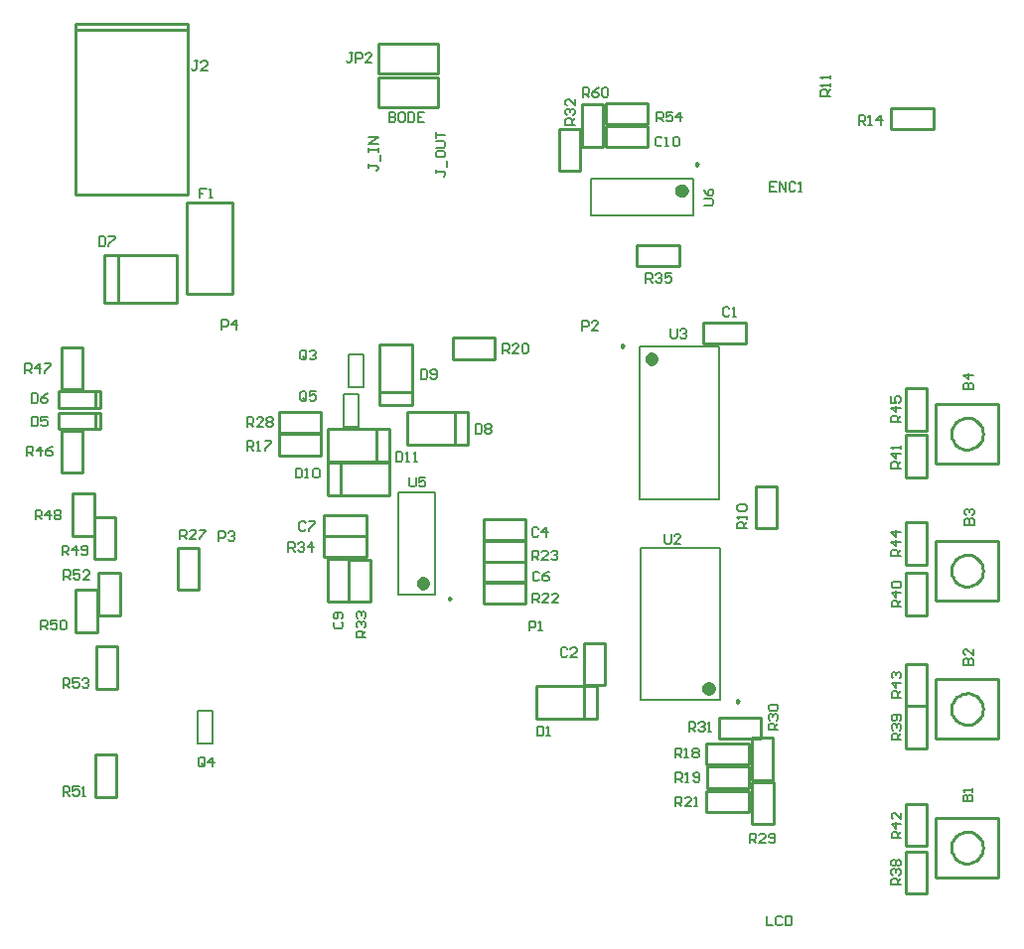
<source format=gto>
G04*
G04 #@! TF.GenerationSoftware,Altium Limited,Altium Designer,19.0.12 (326)*
G04*
G04 Layer_Color=65535*
%FSLAX25Y25*%
%MOIN*%
G70*
G01*
G75*
%ADD10C,0.00984*%
%ADD11C,0.02362*%
%ADD12C,0.01000*%
%ADD13C,0.00787*%
%ADD14C,0.00600*%
D10*
X242337Y284924D02*
X241599Y285350D01*
Y284497D01*
X242337Y284924D01*
X159216Y139055D02*
X158478Y139481D01*
Y138629D01*
X159216Y139055D01*
X217398Y223945D02*
X216659Y224371D01*
Y223519D01*
X217398Y223945D01*
X255862Y104579D02*
X255124Y105005D01*
Y104153D01*
X255862Y104579D01*
D11*
X237770Y276065D02*
X237325Y276989D01*
X236326Y277217D01*
X235525Y276578D01*
Y275553D01*
X236326Y274914D01*
X237325Y275142D01*
X237770Y276065D01*
X151047Y144311D02*
X150602Y145234D01*
X149602Y145463D01*
X148801Y144824D01*
Y143799D01*
X149602Y143159D01*
X150602Y143388D01*
X151047Y144311D01*
X227732Y219654D02*
X227288Y220577D01*
X226288Y220805D01*
X225487Y220166D01*
Y219141D01*
X226288Y218502D01*
X227288Y218730D01*
X227732Y219654D01*
X246905Y108870D02*
X246461Y109793D01*
X245462Y110022D01*
X244660Y109382D01*
Y108358D01*
X245462Y107719D01*
X246461Y107947D01*
X246905Y108870D01*
D12*
X337815Y194437D02*
X337719Y195443D01*
X337434Y196412D01*
X336971Y197310D01*
X336347Y198105D01*
X335583Y198767D01*
X334708Y199272D01*
X333753Y199602D01*
X332753Y199746D01*
X331744Y199698D01*
X330762Y199460D01*
X329842Y199040D01*
X329019Y198454D01*
X328322Y197723D01*
X327776Y196872D01*
X327400Y195934D01*
X327209Y194942D01*
Y193932D01*
X327400Y192940D01*
X327776Y192001D01*
X328322Y191151D01*
X329019Y190420D01*
X329842Y189834D01*
X330762Y189414D01*
X331744Y189176D01*
X332753Y189128D01*
X333753Y189272D01*
X334708Y189602D01*
X335583Y190108D01*
X336347Y190769D01*
X336971Y191563D01*
X337434Y192462D01*
X337719Y193431D01*
X337815Y194437D01*
Y148437D02*
X337719Y149443D01*
X337434Y150412D01*
X336971Y151311D01*
X336347Y152105D01*
X335583Y152767D01*
X334708Y153272D01*
X333753Y153602D01*
X332753Y153746D01*
X331744Y153698D01*
X330762Y153460D01*
X329842Y153040D01*
X329019Y152454D01*
X328322Y151723D01*
X327776Y150873D01*
X327400Y149934D01*
X327209Y148942D01*
Y147932D01*
X327400Y146940D01*
X327776Y146002D01*
X328322Y145151D01*
X329019Y144420D01*
X329842Y143834D01*
X330762Y143414D01*
X331744Y143176D01*
X332753Y143128D01*
X333753Y143272D01*
X334708Y143602D01*
X335583Y144107D01*
X336347Y144769D01*
X336971Y145563D01*
X337434Y146462D01*
X337719Y147431D01*
X337815Y148437D01*
Y101937D02*
X337719Y102943D01*
X337434Y103912D01*
X336971Y104811D01*
X336347Y105605D01*
X335583Y106266D01*
X334708Y106772D01*
X333753Y107102D01*
X332753Y107246D01*
X331744Y107198D01*
X330762Y106960D01*
X329842Y106540D01*
X329019Y105954D01*
X328322Y105223D01*
X327776Y104373D01*
X327400Y103434D01*
X327209Y102442D01*
Y101432D01*
X327400Y100440D01*
X327776Y99502D01*
X328322Y98651D01*
X329019Y97920D01*
X329842Y97334D01*
X330762Y96914D01*
X331744Y96676D01*
X332753Y96628D01*
X333753Y96772D01*
X334708Y97102D01*
X335583Y97607D01*
X336347Y98269D01*
X336971Y99063D01*
X337434Y99962D01*
X337719Y100931D01*
X337815Y101937D01*
Y55500D02*
X337719Y56506D01*
X337434Y57475D01*
X336971Y58373D01*
X336347Y59168D01*
X335583Y59829D01*
X334708Y60335D01*
X333753Y60665D01*
X332753Y60809D01*
X331744Y60761D01*
X330762Y60523D01*
X329842Y60103D01*
X329019Y59517D01*
X328322Y58786D01*
X327776Y57936D01*
X327400Y56997D01*
X327209Y56005D01*
Y54995D01*
X327400Y54003D01*
X327776Y53065D01*
X328322Y52214D01*
X329019Y51483D01*
X329842Y50897D01*
X330762Y50477D01*
X331744Y50239D01*
X332753Y50191D01*
X333753Y50335D01*
X334708Y50665D01*
X335583Y51170D01*
X336347Y51832D01*
X336971Y52626D01*
X337434Y53525D01*
X337719Y54494D01*
X337815Y55500D01*
X101513Y194657D02*
Y201743D01*
Y194657D02*
X115687D01*
Y201743D01*
X101513D02*
X115687D01*
X70669Y272118D02*
X86024D01*
Y241311D02*
Y272118D01*
X70669Y241311D02*
X86024D01*
X70669D02*
Y272118D01*
X159898Y219557D02*
Y226643D01*
Y219557D02*
X174071D01*
Y226643D01*
X159898D02*
X174071D01*
X210929Y109913D02*
Y124087D01*
X203842Y109913D02*
X210929D01*
X203842D02*
Y124087D01*
X210929D01*
X243913Y231743D02*
X258087D01*
Y224657D02*
Y231743D01*
X243913Y224657D02*
X258087D01*
X243913D02*
Y231743D01*
X134900Y315300D02*
X154900D01*
X134900D02*
Y325300D01*
X154900D01*
Y315300D02*
Y325300D01*
X134900Y314200D02*
X154900D01*
Y304200D02*
Y314200D01*
X134900Y304200D02*
X154900D01*
X134900D02*
Y314200D01*
X67557Y141950D02*
X74643D01*
Y156124D01*
X67557D02*
X74643D01*
X67557Y141950D02*
Y156124D01*
X203973Y98588D02*
Y109612D01*
X187831D02*
X208304D01*
Y98588D02*
Y109612D01*
X187831Y98588D02*
X208304D01*
X187831D02*
Y109612D01*
X33357Y141987D02*
X40443D01*
X33357Y127813D02*
Y141987D01*
Y127813D02*
X40443D01*
Y141987D01*
X203257Y290782D02*
Y304955D01*
X210343D01*
Y290782D02*
Y304955D01*
X203257Y290782D02*
X210343D01*
X211213Y305353D02*
X225387D01*
Y298266D02*
Y305353D01*
X211213Y298266D02*
X225387D01*
X211213D02*
Y305353D01*
X47343Y108827D02*
Y123000D01*
X40257Y108827D02*
X47343D01*
X40257D02*
Y123000D01*
X47343D01*
X41057Y133413D02*
Y147587D01*
X48143D01*
Y133413D02*
Y147587D01*
X41057Y133413D02*
X48143D01*
X47043Y72513D02*
Y86687D01*
X39957Y72513D02*
X47043D01*
X39957D02*
Y86687D01*
X47043D01*
X39657Y152313D02*
Y166487D01*
X46743D01*
Y152313D02*
Y166487D01*
X39657Y152313D02*
X46743D01*
X32357Y160187D02*
Y174361D01*
X39443D01*
Y160187D02*
Y174361D01*
X32357Y160187D02*
X39443D01*
X28557Y209350D02*
Y223524D01*
X35643D01*
Y209350D02*
Y223524D01*
X28557Y209350D02*
X35643D01*
Y181350D02*
Y195524D01*
X28557Y181350D02*
X35643D01*
X28557D02*
Y195524D01*
X35643D01*
X318943Y195413D02*
Y209587D01*
X311857Y195413D02*
X318943D01*
X311857D02*
Y209587D01*
X318943D01*
Y150413D02*
Y164587D01*
X311857Y150413D02*
X318943D01*
X311857D02*
Y164587D01*
X318943D01*
Y102913D02*
Y117087D01*
X311857Y102913D02*
X318943D01*
X311857D02*
Y117087D01*
X318943D01*
Y55976D02*
Y70150D01*
X311857Y55976D02*
X318943D01*
X311857D02*
Y70150D01*
X318943D01*
Y179850D02*
Y194024D01*
X311857Y179850D02*
X318943D01*
X311857D02*
Y194024D01*
X318943D01*
Y133413D02*
Y147587D01*
X311857Y133413D02*
X318943D01*
X311857D02*
Y147587D01*
X318943D01*
Y88850D02*
Y103024D01*
X311857Y88850D02*
X318943D01*
X311857D02*
Y103024D01*
X318943D01*
Y39913D02*
Y54087D01*
X311857Y39913D02*
X318943D01*
X311857D02*
Y54087D01*
X318943D01*
X221713Y257743D02*
X235887D01*
Y250657D02*
Y257743D01*
X221713Y250657D02*
X235887D01*
X221713D02*
Y257743D01*
X116676Y160090D02*
X130850D01*
Y153003D02*
Y160090D01*
X116676Y153003D02*
X130850D01*
X116676D02*
Y160090D01*
X125057Y138067D02*
Y152240D01*
X132143D01*
Y138067D02*
Y152240D01*
X125057Y138067D02*
X132143D01*
X202743Y282613D02*
Y296787D01*
X195657Y282613D02*
X202743D01*
X195657D02*
Y296787D01*
X202743D01*
X249213Y99143D02*
X263387D01*
Y92057D02*
Y99143D01*
X249213Y92057D02*
X263387D01*
X249213D02*
Y99143D01*
X267343Y78113D02*
Y92287D01*
X260257Y78113D02*
X267343D01*
X260257D02*
Y92287D01*
X267343D01*
X267439Y63313D02*
Y77487D01*
X260352Y63313D02*
X267439D01*
X260352D02*
Y77487D01*
X267439D01*
X170113Y151557D02*
X184287D01*
X170113D02*
Y158643D01*
X184287D01*
Y151557D02*
Y158643D01*
X170127Y144643D02*
X184300D01*
Y137557D02*
Y144643D01*
X170127Y137557D02*
X184300D01*
X170127D02*
Y144643D01*
X245013Y67457D02*
X259187D01*
X245013D02*
Y74543D01*
X259187D01*
Y67457D02*
Y74543D01*
X245113Y82646D02*
X259287D01*
Y75560D02*
Y82646D01*
X245113Y75560D02*
X259287D01*
X245113D02*
Y82646D01*
X244913Y83257D02*
X259087D01*
X244913D02*
Y90343D01*
X259087D01*
Y83257D02*
Y90343D01*
X101513Y187220D02*
X115687D01*
X101513D02*
Y194306D01*
X115687D01*
Y187220D02*
Y194306D01*
X306913Y303743D02*
X321087D01*
Y296657D02*
Y303743D01*
X306913Y296657D02*
X321087D01*
X306913D02*
Y303743D01*
X261457Y162732D02*
Y176905D01*
X268543D01*
Y162732D02*
Y176905D01*
X261457Y162732D02*
X268543D01*
X33209Y331949D02*
X71004D01*
Y274862D02*
Y331949D01*
X33209Y274862D02*
X71004D01*
X33209D02*
Y331949D01*
Y330028D02*
X71004D01*
X118004Y185190D02*
Y196214D01*
Y185190D02*
X138476D01*
Y196214D01*
X118004D02*
X138476D01*
X134146Y185190D02*
Y196214D01*
X138476Y173690D02*
Y184714D01*
X118004D02*
X138476D01*
X118004Y173690D02*
Y184714D01*
Y173690D02*
X138476D01*
X122335D02*
Y184714D01*
X135217Y224404D02*
X146241D01*
X135217Y203931D02*
Y224404D01*
Y203931D02*
X146241D01*
Y224404D01*
X135217Y208262D02*
X146241D01*
X144596Y190788D02*
Y201812D01*
Y190788D02*
X165068D01*
Y201812D01*
X144596D02*
X165068D01*
X160738Y190788D02*
Y201812D01*
X47451Y238526D02*
Y254274D01*
X42746Y238526D02*
X42746D01*
X67156D02*
Y254274D01*
X42746Y238526D02*
Y254274D01*
Y238526D02*
X67156D01*
X42746Y254274D02*
X67156D01*
X39749Y203144D02*
Y208656D01*
X27544D02*
X41717D01*
Y203144D02*
Y208656D01*
X27544Y203144D02*
X41717D01*
X27544D02*
Y208656D01*
X39749Y196044D02*
Y201556D01*
X27544D02*
X41717D01*
Y196044D02*
Y201556D01*
X27544Y196044D02*
X41717D01*
X27544D02*
Y201556D01*
X211213Y290766D02*
Y297853D01*
Y290766D02*
X225387D01*
Y297853D01*
X211213D02*
X225387D01*
X117857Y152287D02*
X124943D01*
X117857Y138113D02*
Y152287D01*
Y138113D02*
X124943D01*
Y152287D01*
X116676Y160057D02*
Y167143D01*
Y160057D02*
X130850D01*
Y167143D01*
X116676D02*
X130850D01*
X184287Y144480D02*
Y151567D01*
X170113D02*
X184287D01*
X170113Y144480D02*
Y151567D01*
Y144480D02*
X184287D01*
X184324Y158557D02*
Y165643D01*
X170150D02*
X184324D01*
X170150Y158557D02*
Y165643D01*
Y158557D02*
X184324D01*
X343000Y184437D02*
Y204437D01*
X322000D02*
X343000D01*
X322000Y184437D02*
Y204437D01*
Y184437D02*
X343000D01*
Y138437D02*
Y158437D01*
X322000D02*
X343000D01*
X322000Y138437D02*
Y158437D01*
Y138437D02*
X343000D01*
Y91937D02*
Y111937D01*
X322000D02*
X343000D01*
X322000Y91937D02*
Y111937D01*
Y91937D02*
X343000D01*
Y45500D02*
Y65500D01*
X322000D02*
X343000D01*
X322000Y45500D02*
Y65500D01*
Y45500D02*
X343000D01*
D13*
X124824Y210028D02*
Y221052D01*
X129824Y210028D02*
Y221052D01*
X124824D02*
X129824D01*
X124824Y210028D02*
X129824D01*
X74300Y90388D02*
Y101412D01*
X79300Y90388D02*
Y101412D01*
X74300D02*
X79300D01*
X74300Y90388D02*
X79300D01*
X206274Y280002D02*
X240526D01*
X206274Y267798D02*
X240526D01*
Y280002D01*
X206274Y267798D02*
Y280002D01*
X153802Y140374D02*
Y174626D01*
X141598Y140374D02*
Y174626D01*
Y140374D02*
X153802D01*
X141598Y174626D02*
X153802D01*
X222614Y172409D02*
X249386D01*
X222614Y223590D02*
X249386D01*
Y172409D02*
Y223590D01*
X222614Y172409D02*
Y223590D01*
X222890Y156114D02*
X249661D01*
X222890Y104933D02*
X249661D01*
X222890D02*
Y156114D01*
X249661Y104933D02*
Y156114D01*
X123300Y196788D02*
X128300D01*
X123300Y207812D02*
X128300D01*
Y196788D02*
Y207812D01*
X123300Y196788D02*
Y207812D01*
D14*
X90900Y196788D02*
Y199987D01*
X92500D01*
X93033Y199454D01*
Y198388D01*
X92500Y197854D01*
X90900D01*
X91966D02*
X93033Y196788D01*
X96232D02*
X94099D01*
X96232Y198921D01*
Y199454D01*
X95698Y199987D01*
X94632D01*
X94099Y199454D01*
X97298D02*
X97831Y199987D01*
X98897D01*
X99431Y199454D01*
Y198921D01*
X98897Y198388D01*
X99431Y197854D01*
Y197321D01*
X98897Y196788D01*
X97831D01*
X97298Y197321D01*
Y197854D01*
X97831Y198388D01*
X97298Y198921D01*
Y199454D01*
X97831Y198388D02*
X98897D01*
X203300Y229200D02*
Y232399D01*
X204900D01*
X205433Y231866D01*
Y230800D01*
X204900Y230266D01*
X203300D01*
X208632Y229200D02*
X206499D01*
X208632Y231333D01*
Y231866D01*
X208099Y232399D01*
X207032D01*
X206499Y231866D01*
X154101Y283033D02*
Y281966D01*
Y282500D01*
X156767D01*
X157300Y281966D01*
Y281433D01*
X156767Y280900D01*
X157833Y284099D02*
Y286232D01*
X154101Y288897D02*
Y287831D01*
X154634Y287298D01*
X156767D01*
X157300Y287831D01*
Y288897D01*
X156767Y289431D01*
X154634D01*
X154101Y288897D01*
Y290497D02*
X156767D01*
X157300Y291030D01*
Y292096D01*
X156767Y292630D01*
X154101D01*
Y293696D02*
Y295829D01*
Y294762D01*
X157300D01*
X77133Y276799D02*
X75000D01*
Y275200D01*
X76066D01*
X75000D01*
Y273600D01*
X78199D02*
X79265D01*
X78732D01*
Y276799D01*
X78199Y276266D01*
X82400Y229500D02*
Y232699D01*
X84000D01*
X84533Y232166D01*
Y231100D01*
X84000Y230566D01*
X82400D01*
X87199Y229500D02*
Y232699D01*
X85599Y231100D01*
X87732D01*
X286500Y307800D02*
X283301D01*
Y309400D01*
X283834Y309933D01*
X284900D01*
X285434Y309400D01*
Y307800D01*
Y308866D02*
X286500Y309933D01*
Y310999D02*
Y312065D01*
Y311532D01*
X283301D01*
X283834Y310999D01*
X286500Y313665D02*
Y314731D01*
Y314198D01*
X283301D01*
X283834Y313665D01*
X185500Y128300D02*
Y131499D01*
X187100D01*
X187633Y130966D01*
Y129900D01*
X187100Y129366D01*
X185500D01*
X188699Y128300D02*
X189765D01*
X189232D01*
Y131499D01*
X188699Y130966D01*
X176700Y221500D02*
Y224699D01*
X178299D01*
X178833Y224166D01*
Y223099D01*
X178299Y222566D01*
X176700D01*
X177766D02*
X178833Y221500D01*
X182032D02*
X179899D01*
X182032Y223633D01*
Y224166D01*
X181499Y224699D01*
X180432D01*
X179899Y224166D01*
X183098D02*
X183631Y224699D01*
X184697D01*
X185231Y224166D01*
Y222033D01*
X184697Y221500D01*
X183631D01*
X183098Y222033D01*
Y224166D01*
X110733Y219833D02*
Y221966D01*
X110199Y222499D01*
X109133D01*
X108600Y221966D01*
Y219833D01*
X109133Y219300D01*
X110199D01*
X109666Y220366D02*
X110733Y219300D01*
X110199D02*
X110733Y219833D01*
X111799Y221966D02*
X112332Y222499D01*
X113399D01*
X113932Y221966D01*
Y221433D01*
X113399Y220900D01*
X112865D01*
X113399D01*
X113932Y220366D01*
Y219833D01*
X113399Y219300D01*
X112332D01*
X111799Y219833D01*
X21700Y128700D02*
Y131899D01*
X23300D01*
X23833Y131366D01*
Y130299D01*
X23300Y129766D01*
X21700D01*
X22766D02*
X23833Y128700D01*
X27032Y131899D02*
X24899D01*
Y130299D01*
X25965Y130833D01*
X26498D01*
X27032Y130299D01*
Y129233D01*
X26498Y128700D01*
X25432D01*
X24899Y129233D01*
X28098Y131366D02*
X28631Y131899D01*
X29697D01*
X30231Y131366D01*
Y129233D01*
X29697Y128700D01*
X28631D01*
X28098Y129233D01*
Y131366D01*
X268533Y279099D02*
X266400D01*
Y275900D01*
X268533D01*
X266400Y277500D02*
X267466D01*
X269599Y275900D02*
Y279099D01*
X271732Y275900D01*
Y279099D01*
X274931Y278566D02*
X274397Y279099D01*
X273331D01*
X272798Y278566D01*
Y276433D01*
X273331Y275900D01*
X274397D01*
X274931Y276433D01*
X275997Y275900D02*
X277063D01*
X276530D01*
Y279099D01*
X275997Y278566D01*
X203500Y307400D02*
Y310599D01*
X205100D01*
X205633Y310066D01*
Y308999D01*
X205100Y308466D01*
X203500D01*
X204566D02*
X205633Y307400D01*
X208832Y310599D02*
X207765Y310066D01*
X206699Y308999D01*
Y307933D01*
X207232Y307400D01*
X208298D01*
X208832Y307933D01*
Y308466D01*
X208298Y308999D01*
X206699D01*
X209898Y310066D02*
X210431Y310599D01*
X211497D01*
X212031Y310066D01*
Y307933D01*
X211497Y307400D01*
X210431D01*
X209898Y307933D01*
Y310066D01*
X228300Y299300D02*
Y302499D01*
X229900D01*
X230433Y301966D01*
Y300900D01*
X229900Y300366D01*
X228300D01*
X229366D02*
X230433Y299300D01*
X233632Y302499D02*
X231499D01*
Y300900D01*
X232565Y301433D01*
X233099D01*
X233632Y300900D01*
Y299833D01*
X233099Y299300D01*
X232032D01*
X231499Y299833D01*
X236297Y299300D02*
Y302499D01*
X234698Y300900D01*
X236831D01*
X140900Y188299D02*
Y185100D01*
X142499D01*
X143033Y185633D01*
Y187766D01*
X142499Y188299D01*
X140900D01*
X144099Y185100D02*
X145165D01*
X144632D01*
Y188299D01*
X144099Y187766D01*
X146765Y185100D02*
X147831D01*
X147298D01*
Y188299D01*
X146765Y187766D01*
X107100Y182899D02*
Y179700D01*
X108700D01*
X109233Y180233D01*
Y182366D01*
X108700Y182899D01*
X107100D01*
X110299Y179700D02*
X111365D01*
X110832D01*
Y182899D01*
X110299Y182366D01*
X112965D02*
X113498Y182899D01*
X114564D01*
X115097Y182366D01*
Y180233D01*
X114564Y179700D01*
X113498D01*
X112965Y180233D01*
Y182366D01*
X149200Y215999D02*
Y212800D01*
X150800D01*
X151333Y213333D01*
Y215466D01*
X150800Y215999D01*
X149200D01*
X152399Y213333D02*
X152932Y212800D01*
X153998D01*
X154532Y213333D01*
Y215466D01*
X153998Y215999D01*
X152932D01*
X152399Y215466D01*
Y214933D01*
X152932Y214400D01*
X154532D01*
X167500Y197699D02*
Y194500D01*
X169099D01*
X169633Y195033D01*
Y197166D01*
X169099Y197699D01*
X167500D01*
X170699Y197166D02*
X171232Y197699D01*
X172299D01*
X172832Y197166D01*
Y196633D01*
X172299Y196099D01*
X172832Y195566D01*
Y195033D01*
X172299Y194500D01*
X171232D01*
X170699Y195033D01*
Y195566D01*
X171232Y196099D01*
X170699Y196633D01*
Y197166D01*
X171232Y196099D02*
X172299D01*
X16400Y214800D02*
Y217999D01*
X18000D01*
X18533Y217466D01*
Y216400D01*
X18000Y215866D01*
X16400D01*
X17466D02*
X18533Y214800D01*
X21198D02*
Y217999D01*
X19599Y216400D01*
X21732D01*
X22798Y217999D02*
X24931D01*
Y217466D01*
X22798Y215333D01*
Y214800D01*
X16900Y187000D02*
Y190199D01*
X18499D01*
X19033Y189666D01*
Y188600D01*
X18499Y188066D01*
X16900D01*
X17966D02*
X19033Y187000D01*
X21698D02*
Y190199D01*
X20099Y188600D01*
X22232D01*
X25431Y190199D02*
X24364Y189666D01*
X23298Y188600D01*
Y187533D01*
X23831Y187000D01*
X24897D01*
X25431Y187533D01*
Y188066D01*
X24897Y188600D01*
X23298D01*
X90900Y188900D02*
Y192099D01*
X92500D01*
X93033Y191566D01*
Y190499D01*
X92500Y189966D01*
X90900D01*
X91966D02*
X93033Y188900D01*
X94099D02*
X95165D01*
X94632D01*
Y192099D01*
X94099Y191566D01*
X96765Y192099D02*
X98897D01*
Y191566D01*
X96765Y189433D01*
Y188900D01*
X131701Y284933D02*
Y283866D01*
Y284400D01*
X134367D01*
X134900Y283866D01*
Y283333D01*
X134367Y282800D01*
X135433Y285999D02*
Y288132D01*
X131701Y289198D02*
Y290264D01*
Y289731D01*
X134900D01*
Y289198D01*
Y290264D01*
Y291864D02*
X131701D01*
X134900Y293996D01*
X131701D01*
X244101Y271200D02*
X246767D01*
X247300Y271733D01*
Y272799D01*
X246767Y273333D01*
X244101D01*
Y276532D02*
X244634Y275465D01*
X245701Y274399D01*
X246767D01*
X247300Y274932D01*
Y275998D01*
X246767Y276532D01*
X246234D01*
X245701Y275998D01*
Y274399D01*
X145300Y179799D02*
Y177133D01*
X145833Y176600D01*
X146899D01*
X147433Y177133D01*
Y179799D01*
X150632D02*
X148499D01*
Y178200D01*
X149565Y178733D01*
X150099D01*
X150632Y178200D01*
Y177133D01*
X150099Y176600D01*
X149032D01*
X148499Y177133D01*
X265200Y32499D02*
Y29300D01*
X267333D01*
X270532Y31966D02*
X269999Y32499D01*
X268932D01*
X268399Y31966D01*
Y29833D01*
X268932Y29300D01*
X269999D01*
X270532Y29833D01*
X271598Y32499D02*
Y29300D01*
X273197D01*
X273731Y29833D01*
Y31966D01*
X273197Y32499D01*
X271598D01*
X233000Y229599D02*
Y226933D01*
X233533Y226400D01*
X234599D01*
X235133Y226933D01*
Y229599D01*
X236199Y229066D02*
X236732Y229599D01*
X237799D01*
X238332Y229066D01*
Y228533D01*
X237799Y227999D01*
X237265D01*
X237799D01*
X238332Y227466D01*
Y226933D01*
X237799Y226400D01*
X236732D01*
X236199Y226933D01*
X231000Y160699D02*
Y158033D01*
X231533Y157500D01*
X232599D01*
X233133Y158033D01*
Y160699D01*
X236332Y157500D02*
X234199D01*
X236332Y159633D01*
Y160166D01*
X235799Y160699D01*
X234732D01*
X234199Y160166D01*
X224700Y245200D02*
Y248399D01*
X226300D01*
X226833Y247866D01*
Y246799D01*
X226300Y246266D01*
X224700D01*
X225766D02*
X226833Y245200D01*
X227899Y247866D02*
X228432Y248399D01*
X229499D01*
X230032Y247866D01*
Y247333D01*
X229499Y246799D01*
X228965D01*
X229499D01*
X230032Y246266D01*
Y245733D01*
X229499Y245200D01*
X228432D01*
X227899Y245733D01*
X233231Y248399D02*
X231098D01*
Y246799D01*
X232164Y247333D01*
X232697D01*
X233231Y246799D01*
Y245733D01*
X232697Y245200D01*
X231631D01*
X231098Y245733D01*
X200900Y298200D02*
X197701D01*
Y299799D01*
X198234Y300333D01*
X199301D01*
X199834Y299799D01*
Y298200D01*
Y299266D02*
X200900Y300333D01*
X198234Y301399D02*
X197701Y301932D01*
Y302998D01*
X198234Y303532D01*
X198767D01*
X199301Y302998D01*
Y302465D01*
Y302998D01*
X199834Y303532D01*
X200367D01*
X200900Y302998D01*
Y301932D01*
X200367Y301399D01*
X200900Y306731D02*
Y304598D01*
X198767Y306731D01*
X198234D01*
X197701Y306197D01*
Y305131D01*
X198234Y304598D01*
X29100Y109100D02*
Y112299D01*
X30700D01*
X31233Y111766D01*
Y110699D01*
X30700Y110166D01*
X29100D01*
X30166D02*
X31233Y109100D01*
X34432Y112299D02*
X32299D01*
Y110699D01*
X33365Y111233D01*
X33898D01*
X34432Y110699D01*
Y109633D01*
X33898Y109100D01*
X32832D01*
X32299Y109633D01*
X35498Y111766D02*
X36031Y112299D01*
X37097D01*
X37631Y111766D01*
Y111233D01*
X37097Y110699D01*
X36564D01*
X37097D01*
X37631Y110166D01*
Y109633D01*
X37097Y109100D01*
X36031D01*
X35498Y109633D01*
X29400Y145400D02*
Y148599D01*
X30999D01*
X31533Y148066D01*
Y147000D01*
X30999Y146466D01*
X29400D01*
X30466D02*
X31533Y145400D01*
X34732Y148599D02*
X32599D01*
Y147000D01*
X33665Y147533D01*
X34198D01*
X34732Y147000D01*
Y145933D01*
X34198Y145400D01*
X33132D01*
X32599Y145933D01*
X37931Y145400D02*
X35798D01*
X37931Y147533D01*
Y148066D01*
X37397Y148599D01*
X36331D01*
X35798Y148066D01*
X29100Y72900D02*
Y76099D01*
X30700D01*
X31233Y75566D01*
Y74499D01*
X30700Y73966D01*
X29100D01*
X30166D02*
X31233Y72900D01*
X34432Y76099D02*
X32299D01*
Y74499D01*
X33365Y75033D01*
X33898D01*
X34432Y74499D01*
Y73433D01*
X33898Y72900D01*
X32832D01*
X32299Y73433D01*
X35498Y72900D02*
X36564D01*
X36031D01*
Y76099D01*
X35498Y75566D01*
X28800Y153700D02*
Y156899D01*
X30400D01*
X30933Y156366D01*
Y155299D01*
X30400Y154766D01*
X28800D01*
X29866D02*
X30933Y153700D01*
X33599D02*
Y156899D01*
X31999Y155299D01*
X34132D01*
X35198Y154233D02*
X35731Y153700D01*
X36797D01*
X37331Y154233D01*
Y156366D01*
X36797Y156899D01*
X35731D01*
X35198Y156366D01*
Y155833D01*
X35731Y155299D01*
X37331D01*
X19800Y165600D02*
Y168799D01*
X21399D01*
X21933Y168266D01*
Y167200D01*
X21399Y166666D01*
X19800D01*
X20866D02*
X21933Y165600D01*
X24598D02*
Y168799D01*
X22999Y167200D01*
X25132D01*
X26198Y168266D02*
X26731Y168799D01*
X27797D01*
X28331Y168266D01*
Y167733D01*
X27797Y167200D01*
X28331Y166666D01*
Y166133D01*
X27797Y165600D01*
X26731D01*
X26198Y166133D01*
Y166666D01*
X26731Y167200D01*
X26198Y167733D01*
Y168266D01*
X26731Y167200D02*
X27797D01*
X310257Y198413D02*
X307058D01*
Y200013D01*
X307591Y200546D01*
X308657D01*
X309190Y200013D01*
Y198413D01*
Y199480D02*
X310257Y200546D01*
Y203212D02*
X307058D01*
X308657Y201612D01*
Y203745D01*
X307058Y206944D02*
Y204811D01*
X308657D01*
X308124Y205878D01*
Y206411D01*
X308657Y206944D01*
X309723D01*
X310257Y206411D01*
Y205345D01*
X309723Y204811D01*
X310257Y153413D02*
X307058D01*
Y155013D01*
X307591Y155546D01*
X308657D01*
X309190Y155013D01*
Y153413D01*
Y154480D02*
X310257Y155546D01*
Y158212D02*
X307058D01*
X308657Y156612D01*
Y158745D01*
X310257Y161411D02*
X307058D01*
X308657Y159811D01*
Y161944D01*
X310300Y105900D02*
X307101D01*
Y107500D01*
X307634Y108033D01*
X308700D01*
X309234Y107500D01*
Y105900D01*
Y106966D02*
X310300Y108033D01*
Y110698D02*
X307101D01*
X308700Y109099D01*
Y111232D01*
X307634Y112298D02*
X307101Y112831D01*
Y113897D01*
X307634Y114431D01*
X308167D01*
X308700Y113897D01*
Y113364D01*
Y113897D01*
X309234Y114431D01*
X309767D01*
X310300Y113897D01*
Y112831D01*
X309767Y112298D01*
X310300Y58600D02*
X307101D01*
Y60199D01*
X307634Y60733D01*
X308700D01*
X309234Y60199D01*
Y58600D01*
Y59666D02*
X310300Y60733D01*
Y63398D02*
X307101D01*
X308700Y61799D01*
Y63932D01*
X310300Y67131D02*
Y64998D01*
X308167Y67131D01*
X307634D01*
X307101Y66597D01*
Y65531D01*
X307634Y64998D01*
X310257Y182850D02*
X307058D01*
Y184450D01*
X307591Y184983D01*
X308657D01*
X309190Y184450D01*
Y182850D01*
Y183917D02*
X310257Y184983D01*
Y187649D02*
X307058D01*
X308657Y186049D01*
Y188182D01*
X310257Y189248D02*
Y190315D01*
Y189781D01*
X307058D01*
X307591Y189248D01*
X310300Y136300D02*
X307101D01*
Y137899D01*
X307634Y138433D01*
X308700D01*
X309234Y137899D01*
Y136300D01*
Y137366D02*
X310300Y138433D01*
Y141098D02*
X307101D01*
X308700Y139499D01*
Y141632D01*
X307634Y142698D02*
X307101Y143231D01*
Y144297D01*
X307634Y144831D01*
X309767D01*
X310300Y144297D01*
Y143231D01*
X309767Y142698D01*
X307634D01*
X310400Y91600D02*
X307201D01*
Y93199D01*
X307734Y93733D01*
X308801D01*
X309334Y93199D01*
Y91600D01*
Y92666D02*
X310400Y93733D01*
X307734Y94799D02*
X307201Y95332D01*
Y96399D01*
X307734Y96932D01*
X308267D01*
X308801Y96399D01*
Y95865D01*
Y96399D01*
X309334Y96932D01*
X309867D01*
X310400Y96399D01*
Y95332D01*
X309867Y94799D01*
Y97998D02*
X310400Y98531D01*
Y99597D01*
X309867Y100131D01*
X307734D01*
X307201Y99597D01*
Y98531D01*
X307734Y97998D01*
X308267D01*
X308801Y98531D01*
Y100131D01*
X310257Y42913D02*
X307058D01*
Y44513D01*
X307591Y45046D01*
X308657D01*
X309190Y44513D01*
Y42913D01*
Y43980D02*
X310257Y45046D01*
X307591Y46112D02*
X307058Y46646D01*
Y47712D01*
X307591Y48245D01*
X308124D01*
X308657Y47712D01*
Y47179D01*
Y47712D01*
X309190Y48245D01*
X309723D01*
X310257Y47712D01*
Y46646D01*
X309723Y46112D01*
X307591Y49311D02*
X307058Y49845D01*
Y50911D01*
X307591Y51444D01*
X308124D01*
X308657Y50911D01*
X309190Y51444D01*
X309723D01*
X310257Y50911D01*
Y49845D01*
X309723Y49311D01*
X309190D01*
X308657Y49845D01*
X308124Y49311D01*
X307591D01*
X308657Y49845D02*
Y50911D01*
X104700Y154900D02*
Y158099D01*
X106299D01*
X106833Y157566D01*
Y156500D01*
X106299Y155966D01*
X104700D01*
X105766D02*
X106833Y154900D01*
X107899Y157566D02*
X108432Y158099D01*
X109499D01*
X110032Y157566D01*
Y157033D01*
X109499Y156500D01*
X108965D01*
X109499D01*
X110032Y155966D01*
Y155433D01*
X109499Y154900D01*
X108432D01*
X107899Y155433D01*
X112697Y154900D02*
Y158099D01*
X111098Y156500D01*
X113231D01*
X130700Y126100D02*
X127501D01*
Y127699D01*
X128034Y128233D01*
X129101D01*
X129634Y127699D01*
Y126100D01*
Y127166D02*
X130700Y128233D01*
X128034Y129299D02*
X127501Y129832D01*
Y130898D01*
X128034Y131432D01*
X128567D01*
X129101Y130898D01*
Y130365D01*
Y130898D01*
X129634Y131432D01*
X130167D01*
X130700Y130898D01*
Y129832D01*
X130167Y129299D01*
X128034Y132498D02*
X127501Y133031D01*
Y134097D01*
X128034Y134631D01*
X128567D01*
X129101Y134097D01*
Y133564D01*
Y134097D01*
X129634Y134631D01*
X130167D01*
X130700Y134097D01*
Y133031D01*
X130167Y132498D01*
X269000Y95000D02*
X265801D01*
Y96600D01*
X266334Y97133D01*
X267401D01*
X267934Y96600D01*
Y95000D01*
Y96066D02*
X269000Y97133D01*
X266334Y98199D02*
X265801Y98732D01*
Y99799D01*
X266334Y100332D01*
X266867D01*
X267401Y99799D01*
Y99265D01*
Y99799D01*
X267934Y100332D01*
X268467D01*
X269000Y99799D01*
Y98732D01*
X268467Y98199D01*
X266334Y101398D02*
X265801Y101931D01*
Y102997D01*
X266334Y103531D01*
X268467D01*
X269000Y102997D01*
Y101931D01*
X268467Y101398D01*
X266334D01*
X239100Y94500D02*
Y97699D01*
X240700D01*
X241233Y97166D01*
Y96100D01*
X240700Y95566D01*
X239100D01*
X240166D02*
X241233Y94500D01*
X242299Y97166D02*
X242832Y97699D01*
X243899D01*
X244432Y97166D01*
Y96633D01*
X243899Y96100D01*
X243365D01*
X243899D01*
X244432Y95566D01*
Y95033D01*
X243899Y94500D01*
X242832D01*
X242299Y95033D01*
X245498Y94500D02*
X246564D01*
X246031D01*
Y97699D01*
X245498Y97166D01*
X259500Y57000D02*
Y60199D01*
X261100D01*
X261633Y59666D01*
Y58600D01*
X261100Y58066D01*
X259500D01*
X260566D02*
X261633Y57000D01*
X264832D02*
X262699D01*
X264832Y59133D01*
Y59666D01*
X264299Y60199D01*
X263232D01*
X262699Y59666D01*
X265898Y57533D02*
X266431Y57000D01*
X267497D01*
X268031Y57533D01*
Y59666D01*
X267497Y60199D01*
X266431D01*
X265898Y59666D01*
Y59133D01*
X266431Y58600D01*
X268031D01*
X68400Y159000D02*
Y162199D01*
X69999D01*
X70533Y161666D01*
Y160600D01*
X69999Y160066D01*
X68400D01*
X69466D02*
X70533Y159000D01*
X73732D02*
X71599D01*
X73732Y161133D01*
Y161666D01*
X73198Y162199D01*
X72132D01*
X71599Y161666D01*
X74798Y162199D02*
X76931D01*
Y161666D01*
X74798Y159533D01*
Y159000D01*
X186500Y152000D02*
Y155199D01*
X188100D01*
X188633Y154666D01*
Y153600D01*
X188100Y153066D01*
X186500D01*
X187566D02*
X188633Y152000D01*
X191832D02*
X189699D01*
X191832Y154133D01*
Y154666D01*
X191298Y155199D01*
X190232D01*
X189699Y154666D01*
X192898D02*
X193431Y155199D01*
X194497D01*
X195031Y154666D01*
Y154133D01*
X194497Y153600D01*
X193964D01*
X194497D01*
X195031Y153066D01*
Y152533D01*
X194497Y152000D01*
X193431D01*
X192898Y152533D01*
X186700Y137700D02*
Y140899D01*
X188300D01*
X188833Y140366D01*
Y139299D01*
X188300Y138766D01*
X186700D01*
X187766D02*
X188833Y137700D01*
X192032D02*
X189899D01*
X192032Y139833D01*
Y140366D01*
X191498Y140899D01*
X190432D01*
X189899Y140366D01*
X195231Y137700D02*
X193098D01*
X195231Y139833D01*
Y140366D01*
X194697Y140899D01*
X193631D01*
X193098Y140366D01*
X234700Y77487D02*
Y80686D01*
X236299D01*
X236833Y80152D01*
Y79086D01*
X236299Y78553D01*
X234700D01*
X235766D02*
X236833Y77487D01*
X237899D02*
X238965D01*
X238432D01*
Y80686D01*
X237899Y80152D01*
X240565Y78020D02*
X241098Y77487D01*
X242164D01*
X242697Y78020D01*
Y80152D01*
X242164Y80686D01*
X241098D01*
X240565Y80152D01*
Y79619D01*
X241098Y79086D01*
X242697D01*
X234600Y69300D02*
Y72499D01*
X236199D01*
X236733Y71966D01*
Y70899D01*
X236199Y70366D01*
X234600D01*
X235666D02*
X236733Y69300D01*
X239932D02*
X237799D01*
X239932Y71433D01*
Y71966D01*
X239399Y72499D01*
X238332D01*
X237799Y71966D01*
X240998Y69300D02*
X242064D01*
X241531D01*
Y72499D01*
X240998Y71966D01*
X234500Y85700D02*
Y88899D01*
X236100D01*
X236633Y88366D01*
Y87300D01*
X236100Y86766D01*
X234500D01*
X235566D02*
X236633Y85700D01*
X237699D02*
X238765D01*
X238232D01*
Y88899D01*
X237699Y88366D01*
X240365D02*
X240898Y88899D01*
X241964D01*
X242497Y88366D01*
Y87833D01*
X241964Y87300D01*
X242497Y86766D01*
Y86233D01*
X241964Y85700D01*
X240898D01*
X240365Y86233D01*
Y86766D01*
X240898Y87300D01*
X240365Y87833D01*
Y88366D01*
X240898Y87300D02*
X241964D01*
X296200Y298200D02*
Y301399D01*
X297799D01*
X298333Y300866D01*
Y299799D01*
X297799Y299266D01*
X296200D01*
X297266D02*
X298333Y298200D01*
X299399D02*
X300465D01*
X299932D01*
Y301399D01*
X299399Y300866D01*
X303664Y298200D02*
Y301399D01*
X302065Y299799D01*
X304197D01*
X258500Y162619D02*
X255301D01*
Y164218D01*
X255834Y164751D01*
X256901D01*
X257434Y164218D01*
Y162619D01*
Y163685D02*
X258500Y164751D01*
Y165818D02*
Y166884D01*
Y166351D01*
X255301D01*
X255834Y165818D01*
Y168483D02*
X255301Y169017D01*
Y170083D01*
X255834Y170616D01*
X257967D01*
X258500Y170083D01*
Y169017D01*
X257967Y168483D01*
X255834D01*
X110733Y206033D02*
Y208166D01*
X110199Y208699D01*
X109133D01*
X108600Y208166D01*
Y206033D01*
X109133Y205500D01*
X110199D01*
X109666Y206566D02*
X110733Y205500D01*
X110199D02*
X110733Y206033D01*
X113932Y208699D02*
X111799D01*
Y207100D01*
X112865Y207633D01*
X113399D01*
X113932Y207100D01*
Y206033D01*
X113399Y205500D01*
X112332D01*
X111799Y206033D01*
X76633Y83133D02*
Y85266D01*
X76099Y85799D01*
X75033D01*
X74500Y85266D01*
Y83133D01*
X75033Y82600D01*
X76099D01*
X75566Y83666D02*
X76633Y82600D01*
X76099D02*
X76633Y83133D01*
X79299Y82600D02*
Y85799D01*
X77699Y84200D01*
X79832D01*
X81300Y158400D02*
Y161599D01*
X82899D01*
X83433Y161066D01*
Y160000D01*
X82899Y159466D01*
X81300D01*
X84499Y161066D02*
X85032Y161599D01*
X86098D01*
X86632Y161066D01*
Y160533D01*
X86098Y160000D01*
X85565D01*
X86098D01*
X86632Y159466D01*
Y158933D01*
X86098Y158400D01*
X85032D01*
X84499Y158933D01*
X126333Y322399D02*
X125266D01*
X125800D01*
Y319733D01*
X125266Y319200D01*
X124733D01*
X124200Y319733D01*
X127399Y319200D02*
Y322399D01*
X128998D01*
X129532Y321866D01*
Y320799D01*
X128998Y320266D01*
X127399D01*
X132731Y319200D02*
X130598D01*
X132731Y321333D01*
Y321866D01*
X132197Y322399D01*
X131131D01*
X130598Y321866D01*
X138500Y302399D02*
Y299200D01*
X140100D01*
X140633Y299733D01*
Y300266D01*
X140100Y300799D01*
X138500D01*
X140100D01*
X140633Y301333D01*
Y301866D01*
X140100Y302399D01*
X138500D01*
X143298D02*
X142232D01*
X141699Y301866D01*
Y299733D01*
X142232Y299200D01*
X143298D01*
X143832Y299733D01*
Y301866D01*
X143298Y302399D01*
X144898D02*
Y299200D01*
X146497D01*
X147031Y299733D01*
Y301866D01*
X146497Y302399D01*
X144898D01*
X150230D02*
X148097D01*
Y299200D01*
X150230D01*
X148097Y300799D02*
X149163D01*
X74333Y319599D02*
X73266D01*
X73800D01*
Y316933D01*
X73266Y316400D01*
X72733D01*
X72200Y316933D01*
X77532Y316400D02*
X75399D01*
X77532Y318533D01*
Y319066D01*
X76999Y319599D01*
X75932D01*
X75399Y319066D01*
X41200Y260599D02*
Y257400D01*
X42799D01*
X43333Y257933D01*
Y260066D01*
X42799Y260599D01*
X41200D01*
X44399D02*
X46532D01*
Y260066D01*
X44399Y257933D01*
Y257400D01*
X18500Y208099D02*
Y204900D01*
X20099D01*
X20633Y205433D01*
Y207566D01*
X20099Y208099D01*
X18500D01*
X23832D02*
X22765Y207566D01*
X21699Y206500D01*
Y205433D01*
X22232Y204900D01*
X23298D01*
X23832Y205433D01*
Y205966D01*
X23298Y206500D01*
X21699D01*
X18500Y200199D02*
Y197000D01*
X20099D01*
X20633Y197533D01*
Y199666D01*
X20099Y200199D01*
X18500D01*
X23832D02*
X21699D01*
Y198600D01*
X22765Y199133D01*
X23298D01*
X23832Y198600D01*
Y197533D01*
X23298Y197000D01*
X22232D01*
X21699Y197533D01*
X188200Y96199D02*
Y93000D01*
X189799D01*
X190333Y93533D01*
Y95666D01*
X189799Y96199D01*
X188200D01*
X191399Y93000D02*
X192465D01*
X191932D01*
Y96199D01*
X191399Y95666D01*
X230033Y293666D02*
X229500Y294199D01*
X228433D01*
X227900Y293666D01*
Y291533D01*
X228433Y291000D01*
X229500D01*
X230033Y291533D01*
X231099Y291000D02*
X232165D01*
X231632D01*
Y294199D01*
X231099Y293666D01*
X233765D02*
X234298Y294199D01*
X235364D01*
X235897Y293666D01*
Y291533D01*
X235364Y291000D01*
X234298D01*
X233765Y291533D01*
Y293666D01*
X120334Y131233D02*
X119801Y130700D01*
Y129633D01*
X120334Y129100D01*
X122467D01*
X123000Y129633D01*
Y130700D01*
X122467Y131233D01*
Y132299D02*
X123000Y132832D01*
Y133898D01*
X122467Y134432D01*
X120334D01*
X119801Y133898D01*
Y132832D01*
X120334Y132299D01*
X120867D01*
X121400Y132832D01*
Y134432D01*
X110433Y164466D02*
X109899Y164999D01*
X108833D01*
X108300Y164466D01*
Y162333D01*
X108833Y161800D01*
X109899D01*
X110433Y162333D01*
X111499Y164999D02*
X113632D01*
Y164466D01*
X111499Y162333D01*
Y161800D01*
X188933Y147666D02*
X188400Y148199D01*
X187333D01*
X186800Y147666D01*
Y145533D01*
X187333Y145000D01*
X188400D01*
X188933Y145533D01*
X192132Y148199D02*
X191065Y147666D01*
X189999Y146599D01*
Y145533D01*
X190532Y145000D01*
X191598D01*
X192132Y145533D01*
Y146066D01*
X191598Y146599D01*
X189999D01*
X188633Y162466D02*
X188100Y162999D01*
X187033D01*
X186500Y162466D01*
Y160333D01*
X187033Y159800D01*
X188100D01*
X188633Y160333D01*
X191298Y159800D02*
Y162999D01*
X189699Y161399D01*
X191832D01*
X198333Y122066D02*
X197800Y122599D01*
X196733D01*
X196200Y122066D01*
Y119933D01*
X196733Y119400D01*
X197800D01*
X198333Y119933D01*
X201532Y119400D02*
X199399D01*
X201532Y121533D01*
Y122066D01*
X200998Y122599D01*
X199932D01*
X199399Y122066D01*
X252744Y236566D02*
X252211Y237099D01*
X251145D01*
X250611Y236566D01*
Y234433D01*
X251145Y233900D01*
X252211D01*
X252744Y234433D01*
X253811Y233900D02*
X254877D01*
X254344D01*
Y237099D01*
X253811Y236566D01*
X331401Y209400D02*
X334600D01*
Y210999D01*
X334067Y211533D01*
X333534D01*
X333000Y210999D01*
Y209400D01*
Y210999D01*
X332467Y211533D01*
X331934D01*
X331401Y210999D01*
Y209400D01*
X334600Y214198D02*
X331401D01*
X333000Y212599D01*
Y214732D01*
X331601Y163900D02*
X334800D01*
Y165499D01*
X334267Y166033D01*
X333734D01*
X333201Y165499D01*
Y163900D01*
Y165499D01*
X332667Y166033D01*
X332134D01*
X331601Y165499D01*
Y163900D01*
X332134Y167099D02*
X331601Y167632D01*
Y168699D01*
X332134Y169232D01*
X332667D01*
X333201Y168699D01*
Y168165D01*
Y168699D01*
X333734Y169232D01*
X334267D01*
X334800Y168699D01*
Y167632D01*
X334267Y167099D01*
X331301Y116900D02*
X334500D01*
Y118500D01*
X333967Y119033D01*
X333434D01*
X332901Y118500D01*
Y116900D01*
Y118500D01*
X332367Y119033D01*
X331834D01*
X331301Y118500D01*
Y116900D01*
X334500Y122232D02*
Y120099D01*
X332367Y122232D01*
X331834D01*
X331301Y121698D01*
Y120632D01*
X331834Y120099D01*
X331101Y71000D02*
X334300D01*
Y72600D01*
X333767Y73133D01*
X333234D01*
X332700Y72600D01*
Y71000D01*
Y72600D01*
X332167Y73133D01*
X331634D01*
X331101Y72600D01*
Y71000D01*
X334300Y74199D02*
Y75265D01*
Y74732D01*
X331101D01*
X331634Y74199D01*
M02*

</source>
